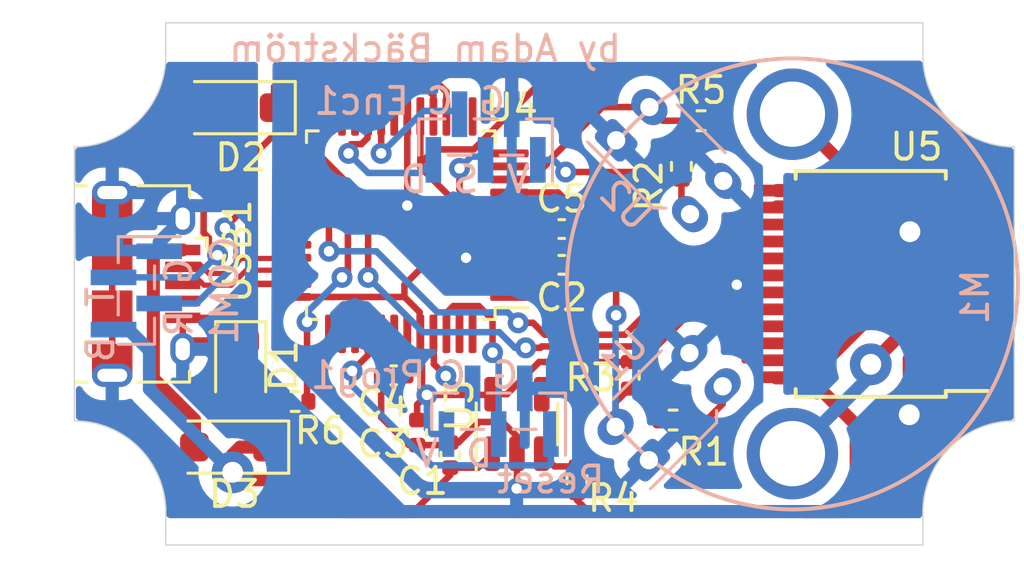
<source format=kicad_pcb>
(kicad_pcb (version 20221018) (generator pcbnew)
  (layers (0 "F.Cu" signal) (31 "B.Cu" signal) (34 "B.Paste" user) (35 "F.Paste" user) (36 "B.SilkS" user "B.Silkscreen") (37 "F.SilkS" user "F.Silkscreen") (38 "B.Mask" user) (39 "F.Mask" user) (44 "Edge.Cuts" user))
  (net 0 "")
  (net 1 "GND")
  (net 2 "+BATT")
  (net 3 "Net-(U4-PA03)")
  (net 4 "+3.3V")
  (net 5 "Net-(U4-VDDCORE)")
  (net 6 "Net-(COM1-Pin_2)")
  (net 7 "Net-(COM1-Pin_3)")
  (net 8 "Net-(D1-A)")
  (net 9 "Net-(D2-K)")
  (net 10 "Net-(D3-A)")
  (net 11 "Net-(Enc1-Pin_3)")
  (net 12 "Net-(Enc1-Pin_4)")
  (net 13 "Net-(Enc1-Pin_5)")
  (net 14 "Net-(M1-+)")
  (net 15 "Net-(M1--)")
  (net 16 "Net-(Prog1-Pin_1)")
  (net 17 "Net-(Prog1-Pin_3)")
  (net 18 "Net-(Prog1-Pin_4)")
  (net 19 "Net-(U1-A)")
  (net 20 "Net-(U2-A)")
  (net 21 "Net-(U1-C)")
  (net 22 "Net-(U3-EN)")
  (net 23 "Net-(U2-C)")
  (net 24 "Net-(U4-PA17)")
  (net 33 "/USB_D+")
  (net 34 "/USB_D-")
  (net 40 "Net-(U4-PA16)")
  (net 42 "Net-(U4-PA19)")
  (footprint "Capacitor_SMD:C_0402_1005Metric" (layer "F.Cu") (at 91.8972 40.3072 90)
    (fp_text reference "C1")
    (fp_text value "10uF")
  )
  (footprint "Capacitor_SMD:C_0402_1005Metric" (layer "F.Cu") (at 90.6272 39.4436 -90)
    (fp_text reference "C3")
    (fp_text value "10uF")
  )
  (footprint "Capacitor_SMD:C_0402_1005Metric" (layer "F.Cu") (at 89.73 37.25 180)
    (fp_text reference "C4")
    (fp_text value "1uF")
  )
  (footprint "Capacitor_SMD:C_0402_1005Metric" (layer "F.Cu") (at 96.1644 31.6484)
    (fp_text reference "C5")
    (fp_text value "1uF")
  )
  (footprint "Diode_SMD:D_SOD-123F" (layer "F.Cu") (at 83.75 27 180)
    (fp_text reference "D2")
    (fp_text value "D")
  )
  (footprint "Diode_SMD:D_SOD-123F" (layer "F.Cu") (at 83.5 40 180)
    (fp_text reference "D3")
    (fp_text value "D")
  )
  (footprint "Connector_USB:USB_Micro-B_Amphenol_10118194_Horizontal" (layer "F.Cu") (at 80.25 33.75 -90)
    (fp_text reference "USB1")
    (fp_text value "USB_B_Micro")
  )
  (footprint "Resistor_SMD:R_0402_1005Metric" (layer "F.Cu") (at 100.4296 38.9636 180)
    (fp_text reference "R1")
    (fp_text value "120")
  )
  (footprint "Resistor_SMD:R_0402_1005Metric" (layer "F.Cu") (at 100.75 29.25 90)
    (fp_text reference "R2")
    (fp_text value "120")
  )
  (footprint "Resistor_SMD:R_0402_1005Metric" (layer "F.Cu") (at 98.75 37.25 90)
    (fp_text reference "R3")
    (fp_text value "8.2k")
  )
  (footprint "Resistor_SMD:R_0402_1005Metric" (layer "F.Cu") (at 96.75 41.25 90)
    (fp_text reference "R4")
    (fp_text value "100k")
  )
  (footprint "Resistor_SMD:R_0402_1005Metric" (layer "F.Cu") (at 101.5 27.5)
    (fp_text reference "R5")
    (fp_text value "8.2k")
  )
  (footprint "Package_TO_SOT_SMD:SOT-23-5" (layer "F.Cu") (at 94.45 39.1125 90)
    (fp_text reference "U3")
    (fp_text value "AP2112K-3.3")
  )
  (footprint "Package_QFP:TQFP-48_7x7mm_P0.5mm" (layer "F.Cu") (at 90 31.5 180)
    (fp_text reference "U4")
    (fp_text value "ATSAMD21G18A-A")
  )
  (footprint "Package_SO:SSOP-24_5.3x8.2mm_P0.65mm" (layer "F.Cu") (at 108 33.75 180)
    (fp_text reference "U5")
    (fp_text value "TB6612FNG")
  )
  (footprint "Capacitor_SMD:C_0402_1005Metric" (layer "F.Cu") (at 96.1644 33.02)
    (fp_text reference "C2")
    (fp_text value "1uF")
  )
  (footprint "LED_SMD:LED_0805_2012Metric" (layer "F.Cu") (at 83.8708 36.8808 -90)
    (fp_text reference "D1")
    (fp_text value "LED")
  )
  (footprint "Resistor_SMD:R_0402_1005Metric" (layer "F.Cu") (at 85.9536 38.2524 180)
    (fp_text reference "R6")
    (fp_text value "2.2k")
  )
  (footprint "Connector_PinHeader_1.00mm:PinHeader_1x04_P1.00mm_Vertical_SMD_Pin1Left" (layer "B.Cu") (at 79.875 34 180)
    (fp_text reference "COM1")
    (fp_text value "Conn_01x04")
  )
  (footprint "Connector_PinHeader_1.00mm:PinHeader_1x05_P1.00mm_Vertical_SMD_Pin1Left" (layer "B.Cu") (at 93.75 38.625 90)
    (fp_text reference "Prog1")
    (fp_text value "Conn_01x05")
  )
  (footprint "Connector_PinHeader_1.00mm:PinHeader_1x05_P1.00mm_Vertical_SMD_Pin1Left" (layer "B.Cu") (at 93.25 28.125 90)
    (fp_text reference "Enc1")
    (fp_text value "Conn_01x05")
  )
  (footprint "Footprints:Motor17mm" (layer "B.Cu") (at 105 33.75 180)
    (fp_text reference "M1")
    (fp_text value "Motor_DC")
  )
  (footprint "OptoDevice:Everlight_ITR8307F43" (layer "B.Cu") (at 99.5 40.5 135)
    (fp_text reference "U1")
    (fp_text value "ITR8307")
  )
  (footprint "OptoDevice:Everlight_ITR8307F43" (layer "B.Cu") (at 98.25 28.25 45)
    (fp_text reference "U2")
    (fp_text value "ITR8307")
  )
  (gr_line (start 110 23.75) (end 110 24.95) (stroke (width 0.05)) (layer "Edge.Cuts"))
  (gr_line (start 81 43.75) (end 81 42.5) (stroke (width 0.05)) (layer "Edge.Cuts"))
  (gr_line (start 113.5 39) (end 113.5 28.5) (stroke (width 0.05)) (layer "Edge.Cuts"))
  (gr_line (start 110 42.5) (end 110 43.75) (stroke (width 0.05)) (layer "Edge.Cuts"))
  (gr_arc (start 110 42.5) (mid 111.025126 40.025126) (end 113.5 39) (stroke (width 0.05)) (layer "Edge.Cuts"))
  (gr_arc (start 80.999643 24.950005) (mid 79.992487 27.457134) (end 77.5 28.5) (stroke (width 0.05)) (layer "Edge.Cuts"))
  (gr_line (start 81 23.75) (end 110 23.75) (stroke (width 0.05)) (layer "Edge.Cuts"))
  (gr_arc (start 77.5 39) (mid 79.974874 40.025126) (end 81 42.5) (stroke (width 0.05)) (layer "Edge.Cuts"))
  (gr_arc (start 113.5 28.5) (mid 111.007259 27.457028) (end 110 24.949643) (stroke (width 0.05)) (layer "Edge.Cuts"))
  (gr_line (start 80.999643 24.950005) (end 81 23.75) (stroke (width 0.05)) (layer "Edge.Cuts"))
  (gr_line (start 77.5 28.5) (end 77.5 39) (stroke (width 0.05)) (layer "Edge.Cuts"))
  (gr_line (start 110 43.75) (end 81 43.75) (stroke (width 0.05)) (layer "Edge.Cuts"))
  (gr_text "T" (at 78.5 34.25 90) (layer "B.SilkS") (effects (font (size 1 1)) (justify mirror)))
  (gr_text "C" (at 92 37.25) (layer "B.SilkS") (effects (font (size 1 1)) (justify mirror)))
  (gr_text "G" (at 94 37.25) (layer "B.SilkS") (effects (font (size 1 1)) (justify mirror)))
  (gr_text "V" (at 91 40.25) (layer "B.SilkS") (effects (font (size 1 1)) (justify mirror)))
  (gr_text "D" (at 93 40.25) (layer "B.SilkS") (effects (font (size 1 1)) (justify mirror)))
  (gr_text "R" (at 81.5 35.25 90) (layer "B.SilkS") (effects (font (size 1 1)) (justify mirror)))
  (gr_text "G" (at 81.5 33.25 90) (layer "B.SilkS") (effects (font (size 1 1)) (justify mirror)))
  (gr_text "D" (at 90.5 29.75) (layer "B.SilkS") (effects (font (size 1 1)) (justify mirror)))
  (gr_text "by Adam Bäckström" (at 90.932 24.7396) (layer "B.SilkS") (effects (font (size 1 1)) (justify mirror)))
  (gr_text "Reset" (at 95.75 41.25) (layer "B.SilkS") (effects (font (size 1 1)) (justify mirror)))
  (gr_text "B" (at 78.5 36.25 90) (layer "B.SilkS") (effects (font (size 1 1)) (justify mirror)))
  (gr_text "G" (at 93.5 26.75) (layer "B.SilkS") (effects (font (size 1 1)) (justify mirror)))
  (gr_text "C" (at 91.5 26.75) (layer "B.SilkS") (effects (font (size 1 1)) (justify mirror)))
  (gr_text "S" (at 92.5 29.75) (layer "B.SilkS") (effects (font (size 1 1)) (justify mirror)))
  (gr_text "V" (at 94.5 29.75) (layer "B.SilkS") (effects (font (size 1 1)) (justify mirror)))
  (segment (start 78.95 30.85) (end 78.95 32.75) (width 0.25) (layer "F.Cu") (net 1))
  (segment (start 96.6444 31.9584) (end 96.6444 31.6484) (width 0.25) (layer "F.Cu") (net 1))
  (segment (start 90.25 30.74998) (end 90.25002 30.75) (width 0.25) (layer "F.Cu") (net 1))
  (segment (start 90.3172 39.9236) (end 89.25 38.8564) (width 0.25) (layer "F.Cu") (net 1))
  (segment (start 109.849999 32.099999) (end 111.6 32.099999) (width 0.5) (layer "F.Cu") (net 1))
  (segment (start 89.25 37.56) (end 89.25 37.25) (width 0.25) (layer "F.Cu") (net 1))
  (segment (start 95.318374 32.25) (end 95.351784 32.28341) (width 0.25) (layer "F.Cu") (net 1))
  (segment (start 89.75 36.742374) (end 89.25 37.242374) (width 0.25) (layer "F.Cu") (net 1))
  (segment (start 109.474 36.6268) (end 109.474 38.7604) (width 0.5) (layer "F.Cu") (net 1))
  (segment (start 110.5408 31.500001) (end 111.6 31.500001) (width 0.5) (layer "F.Cu") (net 1))
  (segment (start 95.351784 32.28341) (end 96.31939 32.28341) (width 0.25) (layer "F.Cu") (net 1))
  (segment (start 83.018225 35.05) (end 84.318225 33.75) (width 0.25) (layer "F.Cu") (net 1))
  (segment (start 94.1625 32.25) (end 95.318374 32.25) (width 0.25) (layer "F.Cu") (net 1))
  (segment (start 92.5 32.75) (end 93 32.25) (width 0.25) (layer "F.Cu") (net 1))
  (segment (start 96.31939 32.28341) (end 96.6444 31.9584) (width 0.25) (layer "F.Cu") (net 1))
  (segment (start 110.700791 35.400009) (end 109.474 36.6268) (width 0.5) (layer "F.Cu") (net 1))
  (segment (start 104.4 33.425) (end 103.226998 33.425) (width 0.25) (layer "F.Cu") (net 1))
  (segment (start 89.75 35.6625) (end 89.75 36.742374) (width 0.25) (layer "F.Cu") (net 1))
  (segment (start 91.8972 39.8272) (end 92.2072 39.8272) (width 0.25) (layer "F.Cu") (net 1))
  (segment (start 78.95 36.65) (end 78.95 34.75) (width 0.25) (layer "F.Cu") (net 1))
  (segment (start 110.100801 35.999999) (end 111.6 35.999999) (width 0.5) (layer "F.Cu") (net 1))
  (segment (start 110.290801 31.75) (end 110.5408 31.500001) (width 0.5) (layer "F.Cu") (net 1))
  (segment (start 92.99691 39.03749) (end 93.89999 39.03749) (width 0.25) (layer "F.Cu") (net 1))
  (segment (start 81.65 35.05) (end 83.018225 35.05) (width 0.25) (layer "F.Cu") (net 1))
  (segment (start 81.65 35.05) (end 81.65 36.25) (width 0.25) (layer "F.Cu") (net 1))
  (segment (start 103.226998 33.425) (end 102.87 33.781998) (width 0.25) (layer "F.Cu") (net 1))
  (segment (start 92.2072 39.8272) (end 92.99691 39.03749) (width 0.25) (layer "F.Cu") (net 1))
  (segment (start 78.95 32.75) (end 78.95 34.75) (width 0.25) (layer "F.Cu") (net 1))
  (segment (start 111.6 35.400009) (end 110.700791 35.400009) (width 0.5) (layer "F.Cu") (net 1))
  (segment (start 96.6444 32.60842) (end 96.6444 33.02) (width 0.25) (layer "F.Cu") (net 1))
  (segment (start 90.25 27.3375) (end 90.25 30.74998) (width 0.25) (layer "F.Cu") (net 1))
  (segment (start 89.25 38.8564) (end 89.25 37.56) (width 0.25) (layer "F.Cu") (net 1))
  (segment (start 94.45 39.5875) (end 94.45 40.25) (width 0.25) (layer "F.Cu") (net 1))
  (segment (start 96.31939 32.28341) (end 96.6444 32.60842) (width 0.25) (layer "F.Cu") (net 1))
  (segment (start 84.318225 33.75) (end 85.1 33.75) (width 0.25) (layer "F.Cu") (net 1))
  (segment (start 81.9817 35.9183) (end 81.65 36.25) (width 0.25) (layer "F.Cu") (net 1))
  (segment (start 109.5 31.75) (end 109.849999 32.099999) (width 0.5) (layer "F.Cu") (net 1))
  (segment (start 83.8708 35.9183) (end 81.9817 35.9183) (width 0.25) (layer "F.Cu") (net 1))
  (segment (start 90.6272 39.9236) (end 90.3172 39.9236) (width 0.25) (layer "F.Cu") (net 1))
  (segment (start 94.45 40.25) (end 94.45 41.5748) (width 0.25) (layer "F.Cu") (net 1))
  (segment (start 90.6272 39.9236) (end 91.8008 39.9236) (width 0.25) (layer "F.Cu") (net 1))
  (segment (start 94.45 41.5748) (end 94.4372 41.5876) (width 0.25) (layer "F.Cu") (net 1))
  (segment (start 109.5 31.75) (end 110.290801 31.75) (width 0.5) (layer "F.Cu") (net 1))
  (segment (start 93.89999 39.03749) (end 94.45 39.5875) (width 0.25) (layer "F.Cu") (net 1))
  (segment (start 93 32.25) (end 94.1625 32.25) (width 0.25) (layer "F.Cu") (net 1))
  (segment (start 85.1 33.75) (end 85.8375 33.75) (width 0.25) (layer "F.Cu") (net 1))
  (via (at 109.474 38.7604) (size 1.6) (drill 0.8) (layers "F.Cu" "B.Cu") (net 1))
  (via (at 94.4372 41.5876) (size 0.8) (drill 0.4) (layers "F.Cu" "B.Cu") (net 1))
  (via (at 102.87 33.781998) (size 0.8) (drill 0.4) (layers "F.Cu" "B.Cu") (net 1))
  (via (at 109.5 31.75) (size 1.6) (drill 0.8) (layers "F.Cu" "B.Cu") (net 1))
  (via (at 90.25002 30.75) (size 0.8) (drill 0.4) (layers "F.Cu" "B.Cu") (net 1))
  (via (at 92.5 32.75) (size 0.8) (drill 0.4) (layers "F.Cu" "B.Cu") (net 1))
  (segment (start 81.65 31.1) (end 81.996555 30.753445) (width 0.5) (layer "B.Cu") (net 1))
  (segment (start 81.65 36.25) (end 82.625 36.25) (width 0.5) (layer "B.Cu") (net 1))
  (segment (start 90.033056 42.4688) (end 94.4372 42.4688) (width 0.5) (layer "B.Cu") (net 1))
  (segment (start 80.75 32.5) (end 80.75 32.15) (width 0.5) (layer "B.Cu") (net 1))
  (segment (start 106.89697 42.4688) (end 109.474 39.89177) (width 0.5) (layer "B.Cu") (net 1))
  (segment (start 83.671378 30.753445) (end 84.284928 31.366995) (width 0.5) (layer "B.Cu") (net 1))
  (segment (start 109.5 38.7344) (end 109.474 38.7604) (width 0.5) (layer "B.Cu") (net 1))
  (segment (start 84.284928 31.366995) (end 84.284928 36.720672) (width 0.5) (layer "B.Cu") (net 1))
  (segment (start 83.095672 36.720672) (end 84.284928 36.720672) (width 0.5) (layer "B.Cu") (net 1))
  (segment (start 81.996555 30.753445) (end 83.671378 30.753445) (width 0.5) (layer "B.Cu") (net 1))
  (segment (start 84.284928 36.720672) (end 90.033056 42.4688) (width 0.5) (layer "B.Cu") (net 1))
  (segment (start 94.4372 41.5876) (end 94.4372 42.4688) (width 0.5) (layer "B.Cu") (net 1))
  (segment (start 80.75 32.15) (end 81.65 31.25) (width 0.5) (layer "B.Cu") (net 1))
  (segment (start 94.4372 42.4688) (end 106.89697 42.4688) (width 0.5) (layer "B.Cu") (net 1))
  (segment (start 82.625 36.25) (end 83.095672 36.720672) (width 0.5) (layer "B.Cu") (net 1))
  (segment (start 105.4098 30.175) (end 108.0008 32.766) (width 0.5) (layer "F.Cu") (net 2))
  (segment (start 99.017229 42.4688) (end 106.5784 42.4688) (width 0.5) (layer "F.Cu") (net 2))
  (segment (start 91.8972 40.7872) (end 92.9628 40.7872) (width 0.25) (layer "F.Cu") (net 2))
  (segment (start 106.034799 30.799999) (end 104.4 30.799999) (width 0.5) (layer "F.Cu") (net 2))
  (segment (start 96.75 42.03) (end 97.1888 42.4688) (width 0.25) (layer "F.Cu") (net 2))
  (segment (start 96.75 41.76) (end 96.75 42.03) (width 0.25) (layer "F.Cu") (net 2))
  (segment (start 108 33.125) (end 108.0008 33.1242) (width 0.5) (layer "F.Cu") (net 2))
  (segment (start 92.9628 40.7872) (end 93.5 40.25) (width 0.25) (layer "F.Cu") (net 2))
  (segment (start 99.017229 42.4688) (end 87.8332 42.4688) (width 0.5) (layer "F.Cu") (net 2))
  (segment (start 107.442 41.6052) (end 107.442 39.157) (width 0.5) (layer "F.Cu") (net 2))
  (segment (start 83.844232 41.2496) (end 83.559771 40.965139) (width 0.5) (layer "F.Cu") (net 2))
  (segment (start 83.559771 40.290229) (end 83.559771 40.965139) (width 0.5) (layer "F.Cu") (net 2))
  (segment (start 84.9 40) (end 83.85 40) (width 0.5) (layer "F.Cu") (net 2))
  (segment (start 106.5784 42.4688) (end 107.442 41.6052) (width 0.5) (layer "F.Cu") (net 2))
  (segment (start 97.1888 42.4688) (end 99.017229 42.4688) (width 0.25) (layer "F.Cu") (net 2))
  (segment (start 87.8332 42.4688) (end 86.614 41.2496) (width 0.5) (layer "F.Cu") (net 2))
  (segment (start 105.635001 37.350001) (end 108 34.985002) (width 0.5) (layer "F.Cu") (net 2))
  (segment (start 104.4 30.175) (end 105.4098 30.175) (width 0.5) (layer "F.Cu") (net 2))
  (segment (start 108.0008 32.766) (end 108.0008 32.8168) (width 0.5) (layer "F.Cu") (net 2))
  (segment (start 86.614 41.2496) (end 83.844232 41.2496) (width 0.5) (layer "F.Cu") (net 2))
  (segment (start 108 34.985002) (end 108 33.125) (width 0.5) (layer "F.Cu") (net 2))
  (segment (start 83.85 40) (end 83.559771 40.290229) (width 0.5) (layer "F.Cu") (net 2))
  (segment (start 104.374999 37.350001) (end 105.635001 37.350001) (width 0.5) (layer "F.Cu") (net 2))
  (segment (start 108.0008 33.1242) (end 108.0008 32.8168) (width 0.5) (layer "F.Cu") (net 2))
  (segment (start 90.4956 42.4688) (end 87.8332 42.4688) (width 0.25) (layer "F.Cu") (net 2))
  (segment (start 91.8972 41.0672) (end 90.4956 42.4688) (width 0.25) (layer "F.Cu") (net 2))
  (segment (start 91.8972 40.7872) (end 91.8972 41.0672) (width 0.25) (layer "F.Cu") (net 2))
  (segment (start 107.442 39.157) (end 105.635001 37.350001) (width 0.5) (layer "F.Cu") (net 2))
  (via (at 83.559771 40.965139) (size 1.6) (drill 0.8) (layers "F.Cu" "B.Cu") (net 2))
  (segment (start 80.375 37.780368) (end 83.559771 40.965139) (width 0.5) (layer "B.Cu") (net 2))
  (segment (start 79.575 35.5) (end 80.375 36.3) (width 0.5) (layer "B.Cu") (net 2))
  (segment (start 80.375 36.3) (end 80.375 37.780368) (width 0.5) (layer "B.Cu") (net 2))
  (segment (start 95.4144 32.75) (end 94.1625 32.75) (width 0.25) (layer "F.Cu") (net 3))
  (segment (start 95.6844 33.02) (end 95.4144 32.75) (width 0.25) (layer "F.Cu") (net 3))
  (segment (start 101.1158 34.825) (end 103.175 34.825) (width 0.25) (layer "F.Cu") (net 4))
  (segment (start 90.140702 33.786296) (end 92.176998 31.75) (width 0.25) (layer "F.Cu") (net 4))
  (segment (start 90.6272 38.9636) (end 90.6272 38.372828) (width 0.25) (layer "F.Cu") (net 4))
  (segment (start 105.7148 34.2648) (end 105.7148 34.458792) (width 0.25) (layer "F.Cu") (net 4))
  (segment (start 92.790703 28.599999) (end 91.290703 28.599999) (width 0.25) (layer "F.Cu") (net 4))
  (segment (start 95.300732 36.74) (end 94.065732 37.975) (width 0.25) (layer "F.Cu") (net 4))
  (segment (start 90.6272 38.372828) (end 91 38.000028) (width 0.25) (layer "F.Cu") (net 4))
  (segment (start 90.140702 34.25) (end 90.72501 34.834308) (width 0.25) (layer "F.Cu") (net 4))
  (segment (start 98.7944 36.74) (end 98.9394 36.595) (width 0.25) (layer "F.Cu") (net 4))
  (segment (start 90.75 37.750028) (end 91 38.000028) (width 0.25) (layer "F.Cu") (net 4))
  (segment (start 90.75 37.677626) (end 90.75 37.750028) (width 0.25) (layer "F.Cu") (net 4))
  (segment (start 98.75 36.74) (end 99.07 36.74) (width 0.25) (layer "F.Cu") (net 4))
  (segment (start 107.42499 34.685012) (end 107.42499 33.37499) (width 0.25) (layer "F.Cu") (net 4))
  (segment (start 100.75 28.74) (end 100.43 28.74) (width 0.25) (layer "F.Cu") (net 4))
  (segment (start 90.75 36.822374) (end 90.81501 36.887384) (width 0.25) (layer "F.Cu") (net 4))
  (segment (start 98.75 36.74) (end 95.300732 36.74) (width 0.25) (layer "F.Cu") (net 4))
  (segment (start 96.3168 29.464) (end 99.706 29.464) (width 0.25) (layer "F.Cu") (net 4))
  (segment (start 94.1625 31.75) (end 93.222888 31.75) (width 0.25) (layer "F.Cu") (net 4))
  (segment (start 93.8 37.975) (end 93.5 37.975) (width 0.25) (layer "F.Cu") (net 4))
  (segment (start 100.77 28.74) (end 102.01 27.5) (width 0.25) (layer "F.Cu") (net 4))
  (segment (start 102.01 27.5) (end 102.01 27.18) (width 0.25) (layer "F.Cu") (net 4))
  (segment (start 105.448592 34.725) (end 104.4 34.725) (width 0.25) (layer "F.Cu") (net 4))
  (segment (start 105.525 34.075) (end 105.7148 34.2648) (width 0.25) (layer "F.Cu") (net 4))
  (segment (start 99.9196 37.5896) (end 99.9196 38.9636) (width 0.25) (layer "F.Cu") (net 4))
  (segment (start 103.275 34.725) (end 103.175 34.825) (width 0.25) (layer "F.Cu") (net 4))
  (segment (start 104.4 34.725) (end 103.275 34.725) (width 0.25) (layer "F.Cu") (net 4))
  (segment (start 104.4 34.075) (end 105.525 34.075) (width 0.25) (layer "F.Cu") (net 4))
  (segment (start 103.175 34.825) (end 103.175 36.675) (width 0.25) (layer "F.Cu") (net 4))
  (segment (start 99.07 36.74) (end 99.9196 37.5896) (width 0.25) (layer "F.Cu") (net 4))
  (segment (start 90.75 29.140702) (end 90.75 29) (width 0.25) (layer "F.Cu") (net 4))
  (segment (start 90.81501 36.887384) (end 90.81501 37.612616) (width 0.25) (layer "F.Cu") (net 4))
  (segment (start 93.222888 31.75) (end 90.75 29.277112) (width 0.25) (layer "F.Cu") (net 4))
  (segment (start 85.8375 34.25) (end 90.140702 34.25) (width 0.25) (layer "F.Cu") (net 4))
  (segment (start 98.9394 36.595) (end 99.3458 36.595) (width 0.25) (layer "F.Cu") (net 4))
  (segment (start 91 38.000028) (end 93.474972 38.000028) (width 0.25) (layer "F.Cu") (net 4))
  (segment (start 103.275 36.675) (end 104.4 36.675) (width 0.25) (layer "F.Cu") (net 4))
  (segment (start 90.75 29.277112) (end 90.75 29) (width 0.25) (layer "F.Cu") (net 4))
  (segment (start 95.787502 25.6032) (end 92.790703 28.599999) (width 0.25) (layer "F.Cu") (net 4))
  (segment (start 90.75 35.6625) (end 90.75 36.822374) (width 0.25) (layer "F.Cu") (net 4))
  (segment (start 94.065732 37.975) (end 93.8 37.975) (width 0.25) (layer "F.Cu") (net 4))
  (segment (start 102.01 27.18) (end 100.4332 25.6032) (width 0.25) (layer "F.Cu") (net 4))
  (segment (start 105.435002 36.675) (end 107.42499 34.685012) (width 0.25) (layer "F.Cu") (net 4))
  (segment (start 100.4332 25.6032) (end 95.787502 25.6032) (width 0.25) (layer "F.Cu") (net 4))
  (segment (start 104.4 36.675) (end 105.435002 36.675) (width 0.25) (layer "F.Cu") (net 4))
  (segment (start 92.176998 31.75) (end 94.1625 31.75) (width 0.25) (layer "F.Cu") (net 4))
  (segment (start 107.42499 33.37499) (end 105.525 31.475) (width 0.25) (layer "F.Cu") (net 4))
  (segment (start 95.5828 31.75) (end 94.1625 31.75) (width 0.25) (layer "F.Cu") (net 4))
  (segment (start 91.290703 28.599999) (end 90.75 29.140702) (width 0.25) (layer "F.Cu") (net 4))
  (segment (start 90.72501 34.834308) (end 90.72501 35.63751) (width 0.25) (layer "F.Cu") (net 4))
  (segment (start 90.75 27.3375) (end 90.75 29) (width 0.25) (layer "F.Cu") (net 4))
  (segment (start 99.3458 36.595) (end 101.1158 34.825) (width 0.25) (layer "F.Cu") (net 4))
  (segment (start 105.7148 34.458792) (end 105.448592 34.725) (width 0.25) (layer "F.Cu") (net 4))
  (segment (start 103.175 36.675) (end 103.275 36.675) (width 0.25) (layer "F.Cu") (net 4))
  (segment (start 90.81501 37.612616) (end 90.75 37.677626) (width 0.25) (layer "F.Cu") (net 4))
  (segment (start 90.140702 34.25) (end 90.140702 33.786296) (width 0.25) (layer "F.Cu") (net 4))
  (segment (start 105.525 31.475) (end 104.4 31.475) (width 0.25) (layer "F.Cu") (net 4))
  (segment (start 100.43 28.74) (end 99.706 29.464) (width 0.25) (layer "F.Cu") (net 4))
  (via (at 96.3168 29.464) (size 0.8) (drill 0.4) (layers "F.Cu" "B.Cu") (net 4))
  (via (at 91 38.000028) (size 0.8) (drill 0.4) (layers "F.Cu" "B.Cu") (net 4))
  (segment (start 91.75 39.5) (end 91.2 39.5) (width 0.25) (layer "B.Cu") (net 4))
  (segment (start 95.8528 29) (end 96.3168 29.464) (width 0.25) (layer "B.Cu") (net 4))
  (segment (start 95.25 29) (end 95.8528 29) (width 0.25) (layer "B.Cu") (net 4))
  (segment (start 91 39.3) (end 91 38.000028) (width 0.25) (layer "B.Cu") (net 4))
  (segment (start 91.2 39.5) (end 91 39.3) (width 0.25) (layer "B.Cu") (net 4))
  (segment (start 90.25 35.6625) (end 90.25 37.21) (width 0.25) (layer "F.Cu") (net 5))
  (segment (start 82.45001 30.980185) (end 82.45001 31.790008) (width 0.25) (layer "F.Cu") (net 6))
  (segment (start 82.650001 32.313259) (end 82.984905 32.648163) (width 0.25) (layer "F.Cu") (net 6))
  (segment (start 82.650001 31.989999) (end 82.650001 32.313259) (width 0.25) (layer "F.Cu") (net 6))
  (segment (start 82.35 27) (end 83.15 27) (width 0.25) (layer "F.Cu") (net 6))
  (segment (start 82.45001 31.790008) (end 82.650001 31.989999) (width 0.25) (layer "F.Cu") (net 6))
  (segment (start 83.15 27) (end 83.346525 27.196525) (width 0.25) (layer "F.Cu") (net 6))
  (segment (start 83.346525 27.196525) (end 83.346525 30.083671) (width 0.25) (layer "F.Cu") (net 6))
  (segment (start 83.346525 30.083671) (end 82.45001 30.980185) (width 0.25) (layer "F.Cu") (net 6))
  (via (at 82.984905 32.648163) (size 0.8) (drill 0.4) (layers "F.Cu" "B.Cu") (net 6))
  (segment (start 82.133068 33.5) (end 82.984905 32.648163) (width 0.25) (layer "B.Cu") (net 6))
  (segment (start 79 33.5) (end 82.133068 33.5) (width 0.25) (layer "B.Cu") (net 6))
  (segment (start 83.263377 31.603446) (end 83.813599 31.053224) (width 0.25) (layer "F.Cu") (net 7))
  (segment (start 85.309314 27.875001) (end 83.813599 29.370716) (width 0.25) (layer "F.Cu") (net 7))
  (segment (start 91.25 27.3375) (end 91.25 26.534298) (width 0.25) (layer "F.Cu") (net 7))
  (segment (start 86.77499 26.509308) (end 86.77499 27.060012) (width 0.25) (layer "F.Cu") (net 7))
  (segment (start 85.960001 27.875001) (end 85.309314 27.875001) (width 0.25) (layer "F.Cu") (net 7))
  (segment (start 90.990692 26.27499) (end 87.009308 26.27499) (width 0.25) (layer "F.Cu") (net 7))
  (segment (start 83.813599 29.370716) (end 83.813599 31.053224) (width 0.25) (layer "F.Cu") (net 7))
  (segment (start 91.25 26.534298) (end 90.990692 26.27499) (width 0.25) (layer "F.Cu") (net 7))
  (segment (start 87.009308 26.27499) (end 86.77499 26.509308) (width 0.25) (layer "F.Cu") (net 7))
  (segment (start 86.77499 27.060012) (end 85.960001 27.875001) (width 0.25) (layer "F.Cu") (net 7))
  (via (at 83.263377 31.603446) (size 0.8) (drill 0.4) (layers "F.Cu" "B.Cu") (net 7))
  (segment (start 83.709918 32.968263) (end 83.709918 32.049987) (width 0.25) (layer "B.Cu") (net 7))
  (segment (start 83.663376 32.003445) (end 83.263377 31.603446) (width 0.25) (layer "B.Cu") (net 7))
  (segment (start 80.75 34.5) (end 82.178181 34.5) (width 0.25) (layer "B.Cu") (net 7))
  (segment (start 82.178181 34.5) (end 83.709918 32.968263) (width 0.25) (layer "B.Cu") (net 7))
  (segment (start 83.709918 32.049987) (end 83.663376 32.003445) (width 0.25) (layer "B.Cu") (net 7))
  (segment (start 84.3049 38.2524) (end 83.8708 37.8183) (width 0.25) (layer "F.Cu") (net 8))
  (segment (start 85.4436 38.2524) (end 84.3049 38.2524) (width 0.25) (layer "F.Cu") (net 8))
  (segment (start 85.15 26.2) (end 85.15 27) (width 0.25) (layer "F.Cu") (net 9))
  (segment (start 91.177092 25.82498) (end 85.52502 25.82498) (width 0.25) (layer "F.Cu") (net 9))
  (segment (start 85.52502 25.82498) (end 85.15 26.2) (width 0.25) (layer "F.Cu") (net 9))
  (segment (start 91.75 27.3375) (end 91.75 26.397888) (width 0.25) (layer "F.Cu") (net 9))
  (segment (start 91.75 26.397888) (end 91.177092 25.82498) (width 0.25) (layer "F.Cu") (net 9))
  (segment (start 80.524999 32.539999) (end 80.614998 32.45) (width 0.5) (layer "F.Cu") (net 10))
  (segment (start 80.524999 37.374999) (end 80.524999 32.539999) (width 0.5) (layer "F.Cu") (net 10))
  (segment (start 80.614998 32.45) (end 81.65 32.45) (width 0.5) (layer "F.Cu") (net 10))
  (segment (start 82.1 40) (end 82.1 38.95) (width 0.5) (layer "F.Cu") (net 10))
  (segment (start 82.1 38.95) (end 80.524999 37.374999) (width 0.5) (layer "F.Cu") (net 10))
  (segment (start 92.25 30.140702) (end 92.25 29.325) (width 0.25) (layer "F.Cu") (net 11))
  (segment (start 93.359298 31.25) (end 92.25 30.140702) (width 0.25) (layer "F.Cu") (net 11))
  (segment (start 94.1625 31.25) (end 93.359298 31.25) (width 0.25) (layer "F.Cu") (net 11))
  (via (at 92.25 29.325) (size 0.8) (drill 0.4) (layers "F.Cu" "B.Cu") (net 11))
  (segment (start 93.25 28.875) (end 92.7 28.875) (width 0.25) (layer "B.Cu") (net 11))
  (segment (start 92.7 28.875) (end 92.25 29.325) (width 0.25) (layer "B.Cu") (net 11))
  (segment (start 89.25 27.3375) (end 89.25 28.75) (width 0.25) (layer "F.Cu") (net 12))
  (via (at 89.25 28.75) (size 0.8) (drill 0.4) (layers "F.Cu" "B.Cu") (net 12))
  (segment (start 90.875 27.125) (end 92.25 27.125) (width 0.25) (layer "B.Cu") (net 12))
  (segment (start 90.875 27.125) (end 89.25 28.75) (width 0.25) (layer "B.Cu") (net 12))
  (segment (start 88.72501 28.165692) (end 88.72501 27.36249) (width 0.25) (layer "F.Cu") (net 13))
  (segment (start 88.490692 28.40001) (end 88.72501 28.165692) (width 0.25) (layer "F.Cu") (net 13))
  (segment (start 88 28.75) (end 88 28.5) (width 0.25) (layer "F.Cu") (net 13))
  (segment (start 88 28.5) (end 88.09999 28.40001) (width 0.25) (layer "F.Cu") (net 13))
  (segment (start 88.09999 28.40001) (end 88.490692 28.40001) (width 0.25) (layer "F.Cu") (net 13))
  (via (at 88 28.75) (size 0.8) (drill 0.4) (layers "F.Cu" "B.Cu") (net 13))
  (segment (start 88 28.75) (end 88.75 29.5) (width 0.25) (layer "B.Cu") (net 13))
  (segment (start 91.25 29) (end 90.75 29.5) (width 0.25) (layer "B.Cu") (net 13))
  (segment (start 90.75 29.5) (end 88.75 29.5) (width 0.25) (layer "B.Cu") (net 13))
  (segment (start 110.495398 33.425) (end 110.364999 33.555399) (width 0.5) (layer "F.Cu") (net 14))
  (segment (start 108.0008 36.83) (end 110.130801 34.699999) (width 0.5) (layer "F.Cu") (net 14))
  (segment (start 110.364999 33.094201) (end 110.659191 32.800009) (width 0.5) (layer "F.Cu") (net 14))
  (segment (start 110.364999 34.010001) (end 110.364999 33.094201) (width 0.5) (layer "F.Cu") (net 14))
  (segment (start 110.364999 34.699999) (end 111.6 34.699999) (width 0.5) (layer "F.Cu") (net 14))
  (segment (start 110.659191 32.800009) (end 111.6 32.800009) (width 0.5) (layer "F.Cu") (net 14))
  (segment (start 110.364999 34.010001) (end 110.364999 34.699999) (width 0.5) (layer "F.Cu") (net 14))
  (segment (start 111.6 34.075) (end 110.4002 34.075) (width 0.5) (layer "F.Cu") (net 14))
  (segment (start 111.6 33.425) (end 110.495398 33.425) (width 0.5) (layer "F.Cu") (net 14))
  (segment (start 110.364999 34.699999) (end 110.130801 34.699999) (width 0.5) (layer "F.Cu") (net 14))
  (via (at 108.0008 36.83) (size 1.6) (drill 0.8) (layers "F.Cu" "B.Cu") (net 14))
  (segment (start 108.0008 37.2492) (end 108.0008 36.83) (width 0.5) (layer "B.Cu") (net 14))
  (segment (start 105 40.25) (end 108.0008 37.2492) (width 0.5) (layer "B.Cu") (net 14))
  (segment (start 112.9792 30.226) (end 112.9282 30.175) (width 0.5) (layer "F.Cu") (net 15))
  (segment (start 112.874999 30.799999) (end 111.6 30.799999) (width 0.5) (layer "F.Cu") (net 15))
  (segment (start 112.9792 30.48) (end 112.9792 30.226) (width 0.5) (layer "F.Cu") (net 15))
  (segment (start 112.9792 29.7688) (end 112.9792 30.48) (width 0.5) (layer "F.Cu") (net 15))
  (segment (start 112.975 30.9) (end 112.874999 30.799999) (width 0.5) (layer "F.Cu") (net 15))
  (segment (start 112.4712 29.2608) (end 107.0108 29.2608) (width 0.5) (layer "F.Cu") (net 15))
  (segment (start 112.9792 30.8958) (end 112.9792 30.48) (width 0.5) (layer "F.Cu") (net 15))
  (segment (start 112.795999 36.700001) (end 111.6 36.700001) (width 0.5) (layer "F.Cu") (net 15))
  (segment (start 112.975 30.9) (end 112.975 36.885) (width 0.5) (layer "F.Cu") (net 15))
  (segment (start 112.4712 29.2608) (end 112.9792 29.7688) (width 0.5) (layer "F.Cu") (net 15))
  (segment (start 112.9282 30.175) (end 111.6 30.175) (width 0.5) (layer "F.Cu") (net 15))
  (segment (start 112.535 37.325) (end 111.6 37.325) (width 0.5) (layer "F.Cu") (net 15))
  (segment (start 112.975 36.885) (end 112.535 37.325) (width 0.5) (layer "F.Cu") (net 15))
  (segment (start 112.975 30.9) (end 112.9792 30.8958) (width 0.5) (layer "F.Cu") (net 15))
  (segment (start 107.0108 29.2608) (end 105 27.25) (width 0.5) (layer "F.Cu") (net 15))
  (segment (start 88.137997 37.084) (end 88.75 36.471997) (width 0.25) (layer "F.Cu") (net 16))
  (segment (start 88.75 35.6625) (end 88.75 36.471997) (width 0.25) (layer "F.Cu") (net 16))
  (via (at 88.137997 37.084) (size 0.8) (drill 0.4) (layers "F.Cu" "B.Cu") (net 16))
  (segment (start 95.674999 40.700001) (end 91.188313 40.700001) (width 0.25) (layer "B.Cu") (net 16))
  (segment (start 91.188313 40.700001) (end 88.137997 37.649685) (width 0.25) (layer "B.Cu") (net 16))
  (segment (start 95.75 39.5) (end 95.75 40.625) (width 0.25) (layer "B.Cu") (net 16))
  (segment (start 88.137997 37.649685) (end 88.137997 37.084) (width 0.25) (layer "B.Cu") (net 16))
  (segment (start 95.75 40.625) (end 95.674999 40.700001) (width 0.25) (layer "B.Cu") (net 16))
  (segment (start 92.009308 34.59999) (end 92.990692 34.59999) (width 0.25) (layer "F.Cu") (net 17))
  (segment (start 91.75 35.6625) (end 91.75 34.859298) (width 0.25) (layer "F.Cu") (net 17))
  (segment (start 92.990692 34.59999) (end 93.514889 35.124187) (width 0.25) (layer "F.Cu") (net 17))
  (segment (start 91.75 34.859298) (end 92.009308 34.59999) (width 0.25) (layer "F.Cu") (net 17))
  (segment (start 93.514889 35.124187) (end 93.514889 36.379848) (width 0.25) (layer "F.Cu") (net 17))
  (via (at 93.514889 36.379848) (size 0.8) (drill 0.4) (layers "F.Cu" "B.Cu") (net 17))
  (segment (start 93.75 36.614959) (end 93.514889 36.379848) (width 0.25) (layer "B.Cu") (net 17))
  (segment (start 93.75 39.5) (end 93.75 36.614959) (width 0.25) (layer "B.Cu") (net 17))
  (segment (start 91.26502 36.41502) (end 91.26502 36.81502) (width 0.25) (layer "F.Cu") (net 18))
  (segment (start 91.325001 36.875001) (end 91.725 37.275) (width 0.25) (layer "F.Cu") (net 18))
  (segment (start 91.26502 36.81502) (end 91.325001 36.875001) (width 0.25) (layer "F.Cu") (net 18))
  (segment (start 91.25 36.4) (end 91.26502 36.41502) (width 0.25) (layer "F.Cu") (net 18))
  (segment (start 91.25 35.6625) (end 91.25 36.4) (width 0.25) (layer "F.Cu") (net 18))
  (via (at 91.725 37.275) (size 0.8) (drill 0.4) (layers "F.Cu" "B.Cu") (net 18))
  (segment (start 92.75 37.75) (end 92.2 37.75) (width 0.25) (layer "B.Cu") (net 18))
  (segment (start 92.2 37.75) (end 91.725 37.275) (width 0.25) (layer "B.Cu") (net 18))
  (segment (start 101.709243 38.9636) (end 102.328427 38.344416) (width 0.25) (layer "F.Cu") (net 19))
  (segment (start 100.9396 38.9636) (end 101.709243 38.9636) (width 0.25) (layer "F.Cu") (net 19))
  (segment (start 102.328427 38.344416) (end 102.328427 37.671573) (width 0.25) (layer "F.Cu") (net 19))
  (segment (start 100.75 29.76) (end 100.75 30.75) (width 0.25) (layer "F.Cu") (net 20))
  (segment (start 96.361396 30.5816) (end 97.7392 30.5816) (width 0.25) (layer "F.Cu") (net 21))
  (segment (start 97.7392 30.5816) (end 98.247194 31.089594) (width 0.25) (layer "F.Cu") (net 21))
  (segment (start 98.247194 31.089594) (end 98.247194 34.9504) (width 0.25) (layer "F.Cu") (net 21))
  (segment (start 98.227208 38.282792) (end 98.75 37.76) (width 0.25) (layer "F.Cu") (net 21))
  (segment (start 98.227208 39.227208) (end 98.227208 38.282792) (width 0.25) (layer "F.Cu") (net 21))
  (segment (start 94.1625 30.25) (end 96.029796 30.25) (width 0.25) (layer "F.Cu") (net 21))
  (segment (start 96.029796 30.25) (end 96.361396 30.5816) (width 0.25) (layer "F.Cu") (net 21))
  (via (at 98.247194 34.9504) (size 0.8) (drill 0.4) (layers "F.Cu" "B.Cu") (net 21))
  (segment (start 98.227208 34.970386) (end 98.247194 34.9504) (width 0.25) (layer "B.Cu") (net 21))
  (segment (start 98.227208 39.227208) (end 98.227208 34.970386) (width 0.25) (layer "B.Cu") (net 21))
  (segment (start 96.75 40.74) (end 95.89 40.74) (width 0.25) (layer "F.Cu") (net 22))
  (segment (start 95.89 40.74) (end 95.4 40.25) (width 0.25) (layer "F.Cu") (net 22))
  (segment (start 95.591798 29.166798) (end 95.008596 29.75) (width 0.25) (layer "F.Cu") (net 23))
  (segment (start 99.522792 26.977208) (end 97.730588 26.977208) (width 0.25) (layer "F.Cu") (net 23))
  (segment (start 100.045584 27.5) (end 99.522792 26.977208) (width 0.25) (layer "F.Cu") (net 23))
  (segment (start 95.591798 29.115998) (end 95.591798 29.166798) (width 0.25) (layer "F.Cu") (net 23))
  (segment (start 95.008596 29.75) (end 94.9 29.75) (width 0.25) (layer "F.Cu") (net 23))
  (segment (start 100.99 27.5) (end 100.045584 27.5) (width 0.25) (layer "F.Cu") (net 23))
  (segment (start 94.9 29.75) (end 94.1625 29.75) (width 0.25) (layer "F.Cu") (net 23))
  (segment (start 97.730588 26.977208) (end 95.591798 29.115998) (width 0.25) (layer "F.Cu") (net 23))
  (segment (start 87.975041 33.274959) (end 87.75 33.5) (width 0.25) (layer "F.Cu") (net 24))
  (segment (start 87.975041 30.584339) (end 87.975041 33.274959) (width 0.25) (layer "F.Cu") (net 24))
  (segment (start 85.8375 29.25) (end 86.640702 29.25) (width 0.25) (layer "F.Cu") (net 24))
  (segment (start 86.640702 29.25) (end 87.975041 30.584339) (width 0.25) (layer "F.Cu") (net 24))
  (segment (start 86.4108 38.1996) (end 86.4108 35.2044) (width 0.25) (layer "F.Cu") (net 24))
  (via (at 87.75 33.5) (size 0.8) (drill 0.4) (layers "F.Cu" "B.Cu") (net 24))
  (via (at 86.4108 35.2044) (size 0.8) (drill 0.4) (layers "F.Cu" "B.Cu") (net 24))
  (segment (start 86.4108 34.8392) (end 86.4108 35.2044) (width 0.25) (layer "B.Cu") (net 24))
  (segment (start 87.75 33.5) (end 86.4108 34.8392) (width 0.25) (layer "B.Cu") (net 24))
  (segment (start 81.65 33.75) (end 81.799999 33.600001) (width 0.2) (layer "F.Cu") (net 33))
  (segment (start 83.507298 33.798155) (end 84.080453 33.225) (width 0.2) (layer "F.Cu") (net 33))
  (segment (start 81.799999 33.600001) (end 82.264358 33.600001) (width 0.2) (layer "F.Cu") (net 33))
  (segment (start 82.264358 33.600001) (end 82.462512 33.798155) (width 0.2) (layer "F.Cu") (net 33))
  (segment (start 82.462512 33.798155) (end 83.507298 33.798155) (width 0.2) (layer "F.Cu") (net 33))
  (segment (start 84.080453 33.225) (end 85.8125 33.225) (width 0.2) (layer "F.Cu") (net 33))
  (segment (start 82.30075 33.00001) (end 82.648904 33.348164) (width 0.2) (layer "F.Cu") (net 34))
  (segment (start 83.320906 33.348164) (end 83.89407 32.775) (width 0.2) (layer "F.Cu") (net 34))
  (segment (start 83.89407 32.775) (end 85.8125 32.775) (width 0.2) (layer "F.Cu") (net 34))
  (segment (start 82.648904 33.348164) (end 83.320906 33.348164) (width 0.2) (layer "F.Cu") (net 34))
  (segment (start 81.763593 33.00001) (end 82.30075 33.00001) (width 0.2) (layer "F.Cu") (net 34))
  (segment (start 104.4 32.775) (end 103.275 32.775) (width 0.25) (layer "F.Cu") (net 40))
  (segment (start 106.5 33.75) (end 106.5 34.310002) (width 0.25) (layer "F.Cu") (net 40))
  (segment (start 103.275 32.775) (end 103.252198 32.752198) (width 0.25) (layer "F.Cu") (net 40))
  (segment (start 98.976806 36.14499) (end 95.401471 36.14499) (width 0.25) (layer "F.Cu") (net 40))
  (segment (start 105.525 32.775) (end 106.5 33.75) (width 0.25) (layer "F.Cu") (net 40))
  (segment (start 105.435002 35.375) (end 104.4 35.375) (width 0.25) (layer "F.Cu") (net 40))
  (segment (start 95.401471 36.14499) (end 95.349403 36.197058) (width 0.25) (layer "F.Cu") (net 40))
  (segment (start 88.750026 30.677024) (end 88.750026 33.5) (width 0.25) (layer "F.Cu") (net 40))
  (segment (start 106.5 34.310002) (end 105.435002 35.375) (width 0.25) (layer "F.Cu") (net 40))
  (segment (start 102.369598 32.752198) (end 98.976806 36.14499) (width 0.25) (layer "F.Cu") (net 40))
  (segment (start 95.349403 36.197058) (end 94.783718 36.197058) (width 0.25) (layer "F.Cu") (net 40))
  (segment (start 85.8375 28.75) (end 86.823002 28.75) (width 0.25) (layer "F.Cu") (net 40))
  (segment (start 86.823002 28.75) (end 88.750026 30.677024) (width 0.25) (layer "F.Cu") (net 40))
  (segment (start 104.4 32.775) (end 105.525 32.775) (width 0.25) (layer "F.Cu") (net 40))
  (segment (start 103.252198 32.752198) (end 102.369598 32.752198) (width 0.25) (layer "F.Cu") (net 40))
  (via (at 94.783718 36.197058) (size 0.8) (drill 0.4) (layers "F.Cu" "B.Cu") (net 40))
  (via (at 88.750026 33.5) (size 0.8) (drill 0.4) (layers "F.Cu" "B.Cu") (net 40))
  (segment (start 93.774998 35.598002) (end 94.374054 36.197058) (width 0.25) (layer "B.Cu") (net 40))
  (segment (start 94.374054 36.197058) (end 94.783718 36.197058) (width 0.25) (layer "B.Cu") (net 40))
  (segment (start 88.750026 33.5) (end 90.848028 35.598002) (width 0.25) (layer "B.Cu") (net 40))
  (segment (start 90.848028 35.598002) (end 93.774998 35.598002) (width 0.25) (layer "B.Cu") (net 40))
  (segment (start 104.4 32.125) (end 105.525 32.125) (width 0.25) (layer "F.Cu") (net 42))
  (segment (start 95.062423 35.239109) (end 94.496738 35.239109) (width 0.25) (layer "F.Cu") (net 42))
  (segment (start 101.790209 32.542776) (end 101.739409 32.542776) (width 0.25) (layer "F.Cu") (net 42))
  (segment (start 106.97498 33.57498) (end 106.97498 34.485022) (width 0.25) (layer "F.Cu") (net 42))
  (segment (start 105.525 32.125) (end 106.97498 33.57498) (width 0.25) (layer "F.Cu") (net 42))
  (segment (start 106.97498 34.485022) (end 105.435002 36.025) (width 0.25) (layer "F.Cu") (net 42))
  (segment (start 105.435002 36.025) (end 104.4 36.025) (width 0.25) (layer "F.Cu") (net 42))
  (segment (start 86.815685 30.25) (end 87.25 30.684315) (width 0.25) (layer "F.Cu") (net 42))
  (segment (start 87.25 30.684315) (end 87.25 32.5) (width 0.25) (layer "F.Cu") (net 42))
  (segment (start 95.518293 35.694979) (end 95.062423 35.239109) (width 0.25) (layer "F.Cu") (net 42))
  (segment (start 102.207985 32.125) (end 101.790209 32.542776) (width 0.25) (layer "F.Cu") (net 42))
  (segment (start 101.739409 32.542776) (end 98.587206 35.694979) (width 0.25) (layer "F.Cu") (net 42))
  (segment (start 85.8375 30.25) (end 86.815685 30.25) (width 0.25) (layer "F.Cu") (net 42))
  (segment (start 98.587206 35.694979) (end 95.518293 35.694979) (width 0.25) (layer "F.Cu") (net 42))
  (segment (start 104.4 32.125) (end 102.207985 32.125) (width 0.25) (layer "F.Cu") (net 42))
  (via (at 94.496738 35.239109) (size 0.8) (drill 0.4) (layers "F.Cu" "B.Cu") (net 42))
  (via (at 87.25 32.5) (size 0.8) (drill 0.4) (layers "F.Cu" "B.Cu") (net 42))
  (segment (start 94.496738 35.239109) (end 94.096739 34.83911) (width 0.25) (layer "B.Cu") (net 42))
  (segment (start 91.404795 34.83911) (end 89.065685 32.5) (width 0.25) (layer "B.Cu") (net 42))
  (segment (start 94.096739 34.83911) (end 91.404795 34.83911) (width 0.25) (layer "B.Cu") (net 42))
  (segment (start 87.25 32.5) (end 89.065685 32.5) (width 0.25) (layer "B.Cu") (net 42))
  (zone (net 1) (net_name "GND") (layer "B.Cu") (connect_pads (clearance 0.508)) (min_thickness 0.254) (fill yes (thermal_gap 0.508) (thermal_bridge_width 0.508))
    (polygon (pts (xy 103.886 31.1912) (xy 103.886 36.322) (xy 103.886 41.6052) (xy 99.6696 41.6052) (xy 99.2378 41.9608) (xy 95.885 41.9608) (xy 93.2942 41.9608) (xy 90.7796 41.9608) (xy 85.0392 36.2712) (xy 85.09 25.2476) (xy 103.8352 25.2476)))
  )
  (zone (net 1) (net_name "GND") (layer "B.Cu") (connect_pads (clearance 0.508)) (min_thickness 0.254) (fill yes (thermal_gap 0.508) (thermal_bridge_width 0.508))
    (polygon (pts (xy 84.5312 36.6268) (xy 90.6272 42.7228) (xy 77.5716 42.7228) (xy 77.5208 25.2476) (xy 84.5312 25.2476)))
  )
  (zone (net 1) (net_name "GND") (layer "B.Cu") (connect_pads (clearance 0.508)) (min_thickness 0.254) (fill yes (thermal_gap 0.508) (thermal_bridge_width 0.508))
    (polygon (pts (xy 113.8936 42.7228) (xy 104.648 42.7228) (xy 104.648 36.1188) (xy 104.648 31.4452) (xy 104.648 25.1968) (xy 113.8936 25.1968)))
  )
)
</source>
